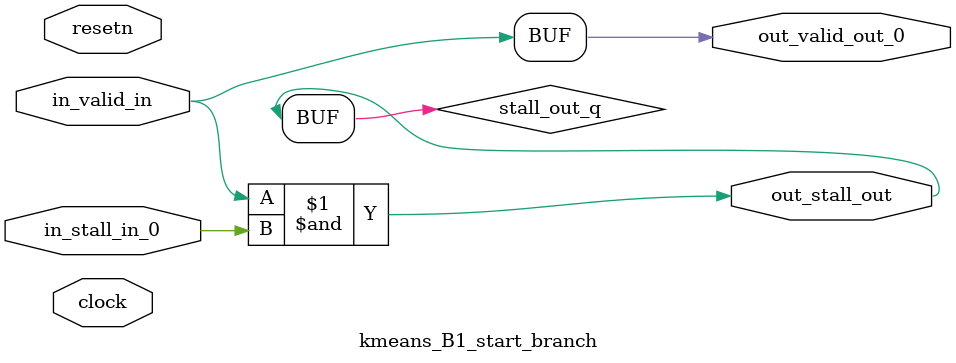
<source format=sv>



(* altera_attribute = "-name AUTO_SHIFT_REGISTER_RECOGNITION OFF; -name MESSAGE_DISABLE 10036; -name MESSAGE_DISABLE 10037; -name MESSAGE_DISABLE 14130; -name MESSAGE_DISABLE 14320; -name MESSAGE_DISABLE 15400; -name MESSAGE_DISABLE 14130; -name MESSAGE_DISABLE 10036; -name MESSAGE_DISABLE 12020; -name MESSAGE_DISABLE 12030; -name MESSAGE_DISABLE 12010; -name MESSAGE_DISABLE 12110; -name MESSAGE_DISABLE 14320; -name MESSAGE_DISABLE 13410; -name MESSAGE_DISABLE 113007; -name MESSAGE_DISABLE 10958" *)
module kmeans_B1_start_branch (
    input wire [0:0] in_stall_in_0,
    input wire [0:0] in_valid_in,
    output wire [0:0] out_stall_out,
    output wire [0:0] out_valid_out_0,
    input wire clock,
    input wire resetn
    );

    wire [0:0] stall_out_q;


    // stall_out(LOGICAL,6)
    assign stall_out_q = in_valid_in & in_stall_in_0;

    // out_stall_out(GPOUT,4)
    assign out_stall_out = stall_out_q;

    // out_valid_out_0(GPOUT,5)
    assign out_valid_out_0 = in_valid_in;

endmodule

</source>
